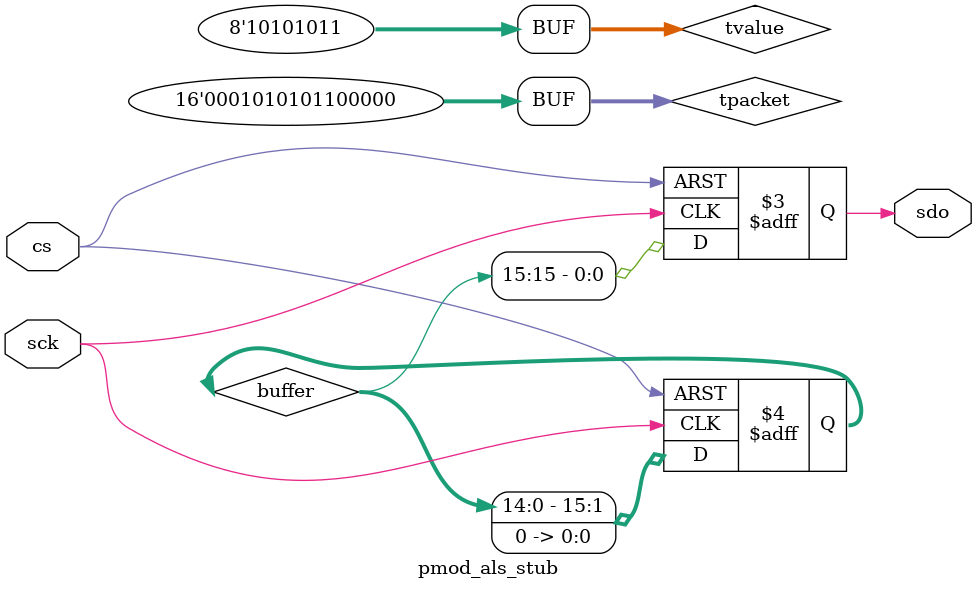
<source format=v>
/*
 * Digital Design Lab Manual
 * Lab #9
 *
 * Copyright(c) 2017 Stanislav Zhelnio 
 *
 */

module pmod_als_stub
#(
    parameter value = 8'hAB
)
(
    input             cs,
    input             sck,
    output reg        sdo
);
    wire [7:0]  tvalue  = value;
    wire [15:0] tpacket = { 3'b0, tvalue, 5'b0 };

    reg  [15:0] buffer;

    always @(negedge sck or posedge cs) begin
        if(!cs)
            { sdo, buffer } <= { buffer, 1'b0 };
        else
            { sdo, buffer } <= { 1'b0, tpacket };
    end

endmodule

</source>
